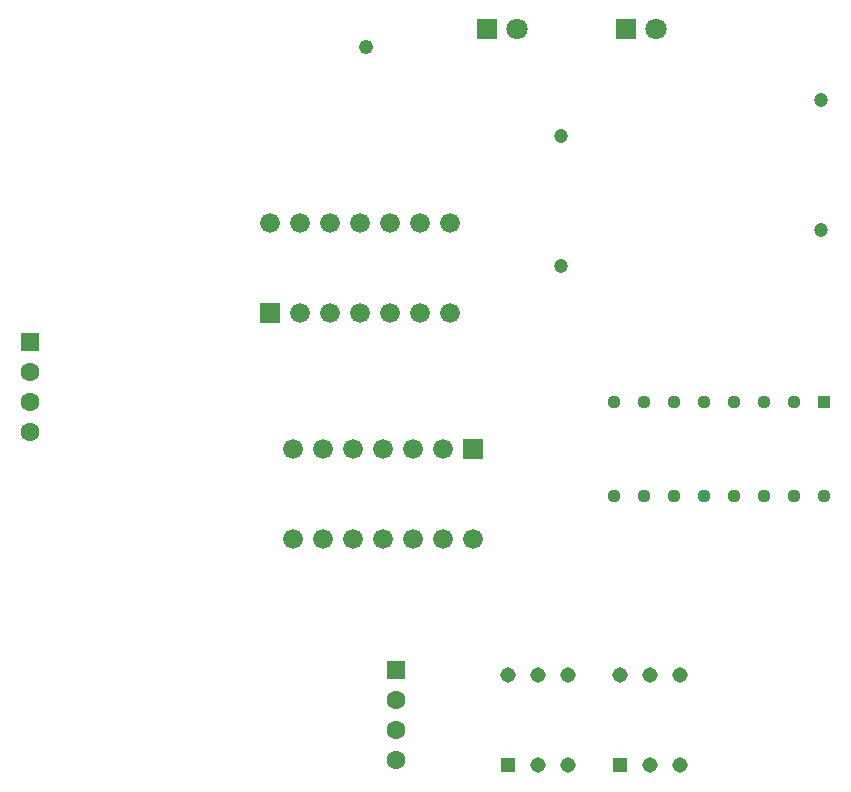
<source format=gbr>
%TF.GenerationSoftware,KiCad,Pcbnew,8.0.1*%
%TF.CreationDate,2024-07-08T16:56:34+05:30*%
%TF.ProjectId,FA,46412e6b-6963-4616-945f-706362585858,rev?*%
%TF.SameCoordinates,Original*%
%TF.FileFunction,Copper,L2,Bot*%
%TF.FilePolarity,Positive*%
%FSLAX46Y46*%
G04 Gerber Fmt 4.6, Leading zero omitted, Abs format (unit mm)*
G04 Created by KiCad (PCBNEW 8.0.1) date 2024-07-08 16:56:34*
%MOMM*%
%LPD*%
G01*
G04 APERTURE LIST*
%TA.AperFunction,ComponentPad*%
%ADD10R,1.308000X1.308000*%
%TD*%
%TA.AperFunction,ComponentPad*%
%ADD11C,1.308000*%
%TD*%
%TA.AperFunction,ComponentPad*%
%ADD12R,1.605000X1.605000*%
%TD*%
%TA.AperFunction,ComponentPad*%
%ADD13C,1.605000*%
%TD*%
%TA.AperFunction,ComponentPad*%
%ADD14R,1.676400X1.676400*%
%TD*%
%TA.AperFunction,ComponentPad*%
%ADD15C,1.676400*%
%TD*%
%TA.AperFunction,ComponentPad*%
%ADD16C,1.130000*%
%TD*%
%TA.AperFunction,ComponentPad*%
%ADD17R,1.130000X1.130000*%
%TD*%
%TA.AperFunction,ComponentPad*%
%ADD18C,1.200000*%
%TD*%
%TA.AperFunction,ComponentPad*%
%ADD19C,1.240000*%
%TD*%
%TA.AperFunction,ComponentPad*%
%ADD20R,1.800000X1.800000*%
%TD*%
%TA.AperFunction,ComponentPad*%
%ADD21C,1.800000*%
%TD*%
G04 APERTURE END LIST*
D10*
%TO.P,S1,1A*%
%TO.N,+5V*%
X138960000Y-139810000D03*
D11*
%TO.P,S1,1B*%
%TO.N,/Cin*%
X138960000Y-132190000D03*
%TO.P,S1,2A*%
%TO.N,+5V*%
X141500000Y-139810000D03*
%TO.P,S1,2B*%
%TO.N,/B*%
X141500000Y-132190000D03*
%TO.P,S1,3B*%
%TO.N,/A*%
X144040000Y-132190000D03*
%TO.P,S1,3A*%
%TO.N,+5V*%
X144040000Y-139810000D03*
%TD*%
D12*
%TO.P,J2,1,1*%
%TO.N,/Cin*%
X129500000Y-131690000D03*
D13*
%TO.P,J2,2,2*%
%TO.N,GND*%
X129500000Y-134230000D03*
%TO.P,J2,3,3*%
%TO.N,/Cin*%
X129500000Y-136770000D03*
%TO.P,J2,4,4*%
%TO.N,+5V*%
X129500000Y-139310000D03*
%TD*%
D14*
%TO.P,U1,1,1A*%
%TO.N,/Cin*%
X136040000Y-113000000D03*
D15*
%TO.P,U1,2,1B*%
%TO.N,Net-(U1-1B)*%
X133500000Y-113000000D03*
%TO.P,U1,3,1Y*%
%TO.N,Net-(U1-1Y)*%
X130960000Y-113000000D03*
%TO.P,U1,4,2A*%
%TO.N,/B*%
X128420000Y-113000000D03*
%TO.P,U1,5,2B*%
%TO.N,/A*%
X125880000Y-113000000D03*
%TO.P,U1,6,2Y*%
%TO.N,Net-(U1-2Y)*%
X123340000Y-113000000D03*
%TO.P,U1,7,GND*%
%TO.N,GND*%
X120800000Y-113000000D03*
%TO.P,U1,8,3Y*%
%TO.N,unconnected-(U1-3Y-Pad8)*%
X120800000Y-120620000D03*
%TO.P,U1,9,3A*%
%TO.N,unconnected-(U1-3A-Pad9)*%
X123340000Y-120620000D03*
%TO.P,U1,10,3B*%
%TO.N,unconnected-(U1-3B-Pad10)*%
X125880000Y-120620000D03*
%TO.P,U1,11,4Y*%
%TO.N,unconnected-(U1-4Y-Pad11)*%
X128420000Y-120620000D03*
%TO.P,U1,12,4A*%
%TO.N,unconnected-(U1-4A-Pad12)*%
X130960000Y-120620000D03*
%TO.P,U1,13,4B*%
%TO.N,unconnected-(U1-4B-Pad13)*%
X133500000Y-120620000D03*
%TO.P,U1,14,VCC*%
%TO.N,+5V*%
X136040000Y-120620000D03*
%TD*%
D16*
%TO.P,U4,16,1B*%
%TO.N,Net-(U1-1B)*%
X165740000Y-117000000D03*
%TO.P,U4,15,2A*%
%TO.N,/A*%
X163200000Y-117000000D03*
%TO.P,U4,14,2B*%
%TO.N,/B*%
X160660000Y-117000000D03*
%TO.P,U4,13,VCC*%
%TO.N,+5V*%
X158120000Y-117000000D03*
%TO.P,U4,12,VCC*%
X155580000Y-117000000D03*
%TO.P,U4,11,3A*%
%TO.N,unconnected-(U4-3A-Pad11)*%
X153040000Y-117000000D03*
%TO.P,U4,10,3B*%
%TO.N,unconnected-(U4-3B-Pad10)*%
X150500000Y-117000000D03*
%TO.P,U4,9,4A*%
%TO.N,unconnected-(U4-4A-Pad9)*%
X147960000Y-117000000D03*
%TO.P,U4,8,4B*%
%TO.N,unconnected-(U4-4B-Pad8)*%
X147960000Y-109060000D03*
%TO.P,U4,7,4Y*%
%TO.N,unconnected-(U4-4Y-Pad7)*%
X150500000Y-109060000D03*
%TO.P,U4,6,3Y*%
%TO.N,unconnected-(U4-3Y-Pad6)*%
X153040000Y-109060000D03*
%TO.P,U4,5,GND*%
%TO.N,GND*%
X155580000Y-109060000D03*
%TO.P,U4,4,GND*%
X158120000Y-109060000D03*
%TO.P,U4,3,2Y*%
%TO.N,Net-(U1-1B)*%
X160660000Y-109060000D03*
%TO.P,U4,2,1Y*%
%TO.N,Net-(U4-1Y)*%
X163200000Y-109060000D03*
D17*
%TO.P,U4,1,1A*%
%TO.N,/Cin*%
X165740000Y-109060000D03*
%TD*%
D14*
%TO.P,U3,1,1A*%
%TO.N,Net-(U1-2Y)*%
X118800000Y-101500000D03*
D15*
%TO.P,U3,2,1B*%
%TO.N,Net-(U1-1Y)*%
X121340000Y-101500000D03*
%TO.P,U3,3,1Y*%
%TO.N,Net-(U3-1Y)*%
X123880000Y-101500000D03*
%TO.P,U3,4,2Y*%
%TO.N,unconnected-(U3-2Y-Pad4)*%
X126420000Y-101500000D03*
%TO.P,U3,5,2A*%
%TO.N,unconnected-(U3-2A-Pad5)*%
X128960000Y-101500000D03*
%TO.P,U3,6,2B*%
%TO.N,unconnected-(U3-2B-Pad6)*%
X131500000Y-101500000D03*
%TO.P,U3,7,VSS*%
%TO.N,GND*%
X134040000Y-101500000D03*
%TO.P,U3,8,3A*%
%TO.N,unconnected-(U3-3A-Pad8)*%
X134040000Y-93880000D03*
%TO.P,U3,9,3B*%
%TO.N,unconnected-(U3-3B-Pad9)*%
X131500000Y-93880000D03*
%TO.P,U3,10,3Y*%
%TO.N,unconnected-(U3-3Y-Pad10)*%
X128960000Y-93880000D03*
%TO.P,U3,11,4Y*%
%TO.N,unconnected-(U3-4Y-Pad11)*%
X126420000Y-93880000D03*
%TO.P,U3,12,4A*%
%TO.N,unconnected-(U3-4A-Pad12)*%
X123880000Y-93880000D03*
%TO.P,U3,13,4B*%
%TO.N,unconnected-(U3-4B-Pad13)*%
X121340000Y-93880000D03*
%TO.P,U3,14,VDD*%
%TO.N,+5V*%
X118800000Y-93880000D03*
%TD*%
D10*
%TO.P,S2,1A*%
%TO.N,unconnected-(S2-Pad1A)*%
X148460000Y-139810000D03*
D11*
%TO.P,S2,1B*%
%TO.N,unconnected-(S2-Pad1B)*%
X148460000Y-132190000D03*
%TO.P,S2,2A*%
%TO.N,unconnected-(S2-Pad2A)*%
X151000000Y-139810000D03*
%TO.P,S2,2B*%
%TO.N,unconnected-(S2-Pad2B)*%
X151000000Y-132190000D03*
%TO.P,S2,3B*%
%TO.N,unconnected-(S2-Pad3B)*%
X153540000Y-132190000D03*
%TO.P,S2,3A*%
%TO.N,unconnected-(S2-Pad3A)*%
X153540000Y-139810000D03*
%TD*%
D18*
%TO.P,R2,1*%
%TO.N,Net-(U4-1Y)*%
X165500000Y-94500000D03*
%TO.P,R2,2*%
%TO.N,Net-(D1-A)*%
X165500000Y-83500000D03*
%TD*%
%TO.P,R1,1*%
%TO.N,Net-(U3-1Y)*%
X143500000Y-97500000D03*
%TO.P,R1,2*%
%TO.N,Net-(D2-A)*%
X143500000Y-86500000D03*
%TD*%
D19*
%TO.P,J3,01,01*%
%TO.N,Net-(D2-A)*%
X127000000Y-79000000D03*
%TD*%
D12*
%TO.P,J1,1,1*%
%TO.N,GND*%
X98500000Y-103960000D03*
D13*
%TO.P,J1,2,2*%
%TO.N,+5V*%
X98500000Y-106500000D03*
%TO.P,J1,3,3*%
X98500000Y-109040000D03*
%TO.P,J1,4,4*%
%TO.N,GND*%
X98500000Y-111580000D03*
%TD*%
D20*
%TO.P,D2,1,K*%
%TO.N,GND*%
X137225000Y-77500000D03*
D21*
%TO.P,D2,2,A*%
%TO.N,Net-(D2-A)*%
X139765000Y-77500000D03*
%TD*%
D20*
%TO.P,D1,1,K*%
%TO.N,GND*%
X148960000Y-77500000D03*
D21*
%TO.P,D1,2,A*%
%TO.N,Net-(D1-A)*%
X151500000Y-77500000D03*
%TD*%
M02*

</source>
